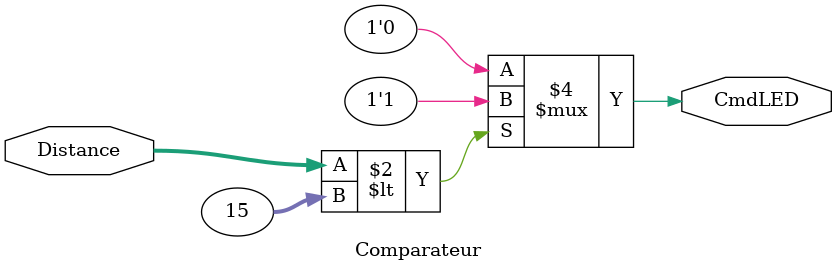
<source format=v>
module Comparateur(Distance, CmdLED);

input[7:0] Distance;

output CmdLED;
reg CmdLED;

always @(Distance)
begin
	if (Distance < 15)
	begin
		CmdLED <= 1;
	end
	else
	begin
		CmdLED <= 0;
	end
end

endmodule
</source>
